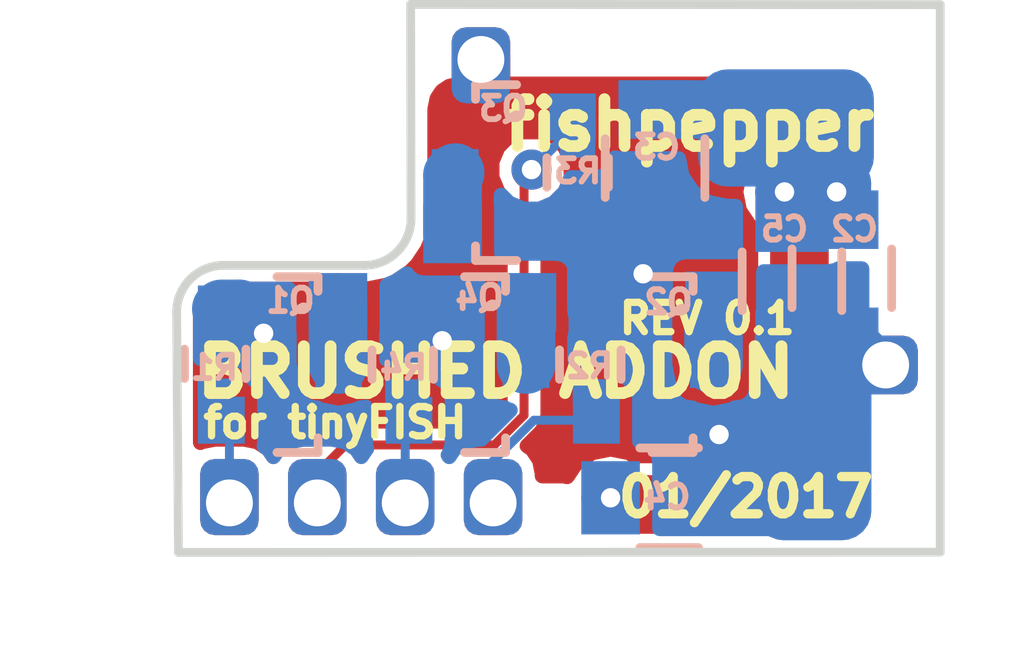
<source format=kicad_pcb>
(kicad_pcb (version 20171130) (host pcbnew "(5.1.12)-1")

  (general
    (thickness 1.6)
    (drawings 37)
    (tracks 100)
    (zones 0)
    (modules 24)
    (nets 11)
  )

  (page A4)
  (layers
    (0 F.Cu signal)
    (31 B.Cu signal)
    (32 B.Adhes user hide)
    (33 F.Adhes user hide)
    (34 B.Paste user hide)
    (35 F.Paste user hide)
    (36 B.SilkS user hide)
    (37 F.SilkS user hide)
    (38 B.Mask user hide)
    (39 F.Mask user hide)
    (40 Dwgs.User user hide)
    (41 Cmts.User user hide)
    (42 Eco1.User user hide)
    (43 Eco2.User user hide)
    (44 Edge.Cuts user)
    (45 Margin user hide)
    (46 B.CrtYd user hide)
    (47 F.CrtYd user hide)
    (48 B.Fab user hide)
    (49 F.Fab user hide)
  )

  (setup
    (last_trace_width 0.1524)
    (user_trace_width 1)
    (trace_clearance 0.1524)
    (zone_clearance 0.2032)
    (zone_45_only no)
    (trace_min 0.1524)
    (via_size 0.6858)
    (via_drill 0.3302)
    (via_min_size 0.6858)
    (via_min_drill 0.3302)
    (uvia_size 0.3)
    (uvia_drill 0.1)
    (uvias_allowed no)
    (uvia_min_size 0)
    (uvia_min_drill 0)
    (edge_width 0.15)
    (segment_width 0.2)
    (pcb_text_width 0.3)
    (pcb_text_size 1.5 1.5)
    (mod_edge_width 0.15)
    (mod_text_size 1 1)
    (mod_text_width 0.15)
    (pad_size 1.524 1.524)
    (pad_drill 0.762)
    (pad_to_mask_clearance 0.0762)
    (aux_axis_origin 0 0)
    (visible_elements 7FFFFFFF)
    (pcbplotparams
      (layerselection 0x010f0_ffffffff)
      (usegerberextensions false)
      (usegerberattributes true)
      (usegerberadvancedattributes true)
      (creategerberjobfile true)
      (excludeedgelayer true)
      (linewidth 0.100000)
      (plotframeref false)
      (viasonmask false)
      (mode 1)
      (useauxorigin false)
      (hpglpennumber 1)
      (hpglpenspeed 20)
      (hpglpendiameter 15.000000)
      (psnegative false)
      (psa4output false)
      (plotreference false)
      (plotvalue false)
      (plotinvisibletext false)
      (padsonsilk false)
      (subtractmaskfromsilk false)
      (outputformat 1)
      (mirror false)
      (drillshape 0)
      (scaleselection 1)
      (outputdirectory "gerber"))
  )

  (net 0 "")
  (net 1 GND)
  (net 2 "Net-(Q1-PadD)")
  (net 3 "Net-(Q1-PadG)")
  (net 4 "Net-(Q2-PadG)")
  (net 5 "Net-(Q2-PadD)")
  (net 6 "Net-(Q3-PadG)")
  (net 7 "Net-(Q3-PadD)")
  (net 8 "Net-(Q4-PadD)")
  (net 9 "Net-(Q4-PadG)")
  (net 10 "Net-(C2-Pad1)")

  (net_class Default "This is the default net class."
    (clearance 0.1524)
    (trace_width 0.1524)
    (via_dia 0.6858)
    (via_drill 0.3302)
    (uvia_dia 0.3)
    (uvia_drill 0.1)
    (add_net GND)
    (add_net "Net-(C2-Pad1)")
    (add_net "Net-(Q1-PadD)")
    (add_net "Net-(Q1-PadG)")
    (add_net "Net-(Q2-PadD)")
    (add_net "Net-(Q2-PadG)")
    (add_net "Net-(Q3-PadD)")
    (add_net "Net-(Q3-PadG)")
    (add_net "Net-(Q4-PadD)")
    (add_net "Net-(Q4-PadG)")
  )

  (module custom:edge_conn_1mm (layer F.Cu) (tedit 581E38A6) (tstamp 5823F003)
    (at 23.801 25.754)
    (path /581E2D41)
    (fp_text reference TP1 (at 0 0.5) (layer F.SilkS) hide
      (effects (font (size 0.4 0.4) (thickness 0.125)))
    )
    (fp_text value ESC_0 (at 0 -0.5) (layer F.Fab) hide
      (effects (font (size 0.4 0.4) (thickness 0.125)))
    )
    (pad 1 thru_hole roundrect (at 0 0) (size 1 1.3) (drill 0.8 (offset 0 -0.1)) (layers *.Cu *.Mask) (roundrect_rratio 0.25)
      (net 3 "Net-(Q1-PadG)"))
  )

  (module custom:edge_conn_1mm (layer F.Cu) (tedit 581E38A6) (tstamp 5823F008)
    (at 28.301 25.754)
    (path /581E40EC)
    (fp_text reference TP2 (at 0 0.5) (layer F.SilkS) hide
      (effects (font (size 0.4 0.4) (thickness 0.125)))
    )
    (fp_text value ESC_1 (at 0 -0.5) (layer F.Fab) hide
      (effects (font (size 0.4 0.4) (thickness 0.125)))
    )
    (pad 1 thru_hole roundrect (at 0 0) (size 1 1.3) (drill 0.8 (offset 0 -0.1)) (layers *.Cu *.Mask) (roundrect_rratio 0.25)
      (net 4 "Net-(Q2-PadG)"))
  )

  (module custom:edge_conn_1mm (layer F.Cu) (tedit 581E38A6) (tstamp 5823F00D)
    (at 25.301 25.754)
    (path /581E3DD7)
    (fp_text reference TP3 (at 0 0.5) (layer F.SilkS) hide
      (effects (font (size 0.4 0.4) (thickness 0.125)))
    )
    (fp_text value ESC_2 (at 0 -0.5) (layer F.Fab) hide
      (effects (font (size 0.4 0.4) (thickness 0.125)))
    )
    (pad 1 thru_hole roundrect (at 0 0) (size 1 1.3) (drill 0.8 (offset 0 -0.1)) (layers *.Cu *.Mask) (roundrect_rratio 0.25)
      (net 6 "Net-(Q3-PadG)"))
  )

  (module custom:edge_conn_1mm (layer F.Cu) (tedit 581E38A6) (tstamp 5823F012)
    (at 26.801 25.754)
    (path /581E42E4)
    (fp_text reference TP4 (at 0 0.5) (layer F.SilkS) hide
      (effects (font (size 0.4 0.4) (thickness 0.125)))
    )
    (fp_text value ESC_3 (at 0 -0.5) (layer F.Fab) hide
      (effects (font (size 0.4 0.4) (thickness 0.125)))
    )
    (pad 1 thru_hole roundrect (at 0 0) (size 1 1.3) (drill 0.8 (offset 0 -0.1)) (layers *.Cu *.Mask) (roundrect_rratio 0.25)
      (net 9 "Net-(Q4-PadG)"))
  )

  (module custom:edge_conn_1mm (layer F.Cu) (tedit 581E38A6) (tstamp 581E33CC)
    (at 35 23.4 90)
    (path /581E32A8)
    (fp_text reference TP11 (at 0 0.5 90) (layer F.SilkS) hide
      (effects (font (size 0.4 0.4) (thickness 0.125)))
    )
    (fp_text value GND (at 0 -0.5 90) (layer F.Fab) hide
      (effects (font (size 0.4 0.4) (thickness 0.125)))
    )
    (pad 1 thru_hole roundrect (at 0 0 90) (size 1 1.3) (drill 0.8 (offset 0 -0.1)) (layers *.Cu *.Mask) (roundrect_rratio 0.25)
      (net 1 GND))
  )

  (module Capacitors_SMD:C_0805 (layer B.Cu) (tedit 5878E414) (tstamp 5823EF5E)
    (at 34.2519 21.9202 270)
    (descr "Capacitor SMD 0805, reflow soldering, AVX (see smccp.pdf)")
    (tags "capacitor 0805")
    (path /581E2844)
    (attr smd)
    (fp_text reference C2 (at -0.8382 -0.2159) (layer B.SilkS)
      (effects (font (size 0.4 0.4) (thickness 0.125)) (justify mirror))
    )
    (fp_text value 47u (at -0.0508 -0.2413 270) (layer B.Fab)
      (effects (font (size 0.4 0.4) (thickness 0.125)) (justify mirror))
    )
    (fp_line (start -1 -0.625) (end -1 0.625) (layer B.Fab) (width 0.15))
    (fp_line (start 1 -0.625) (end -1 -0.625) (layer B.Fab) (width 0.15))
    (fp_line (start 1 0.625) (end 1 -0.625) (layer B.Fab) (width 0.15))
    (fp_line (start -1 0.625) (end 1 0.625) (layer B.Fab) (width 0.15))
    (fp_line (start -1.8 1) (end 1.8 1) (layer B.CrtYd) (width 0.05))
    (fp_line (start -1.8 -1) (end 1.8 -1) (layer B.CrtYd) (width 0.05))
    (fp_line (start -1.8 1) (end -1.8 -1) (layer B.CrtYd) (width 0.05))
    (fp_line (start 1.8 1) (end 1.8 -1) (layer B.CrtYd) (width 0.05))
    (fp_line (start 0.5 0.85) (end -0.5 0.85) (layer B.SilkS) (width 0.15))
    (fp_line (start -0.5 -0.85) (end 0.5 -0.85) (layer B.SilkS) (width 0.15))
    (pad 2 smd rect (at 1 0 270) (size 1 1.25) (layers B.Cu B.Paste B.Mask)
      (net 1 GND))
    (pad 1 smd rect (at -1 0 270) (size 1 1.25) (layers B.Cu B.Paste B.Mask)
      (net 10 "Net-(C2-Pad1)"))
    (model Capacitors_SMD.3dshapes/C_0805.wrl
      (at (xyz 0 0 0))
      (scale (xyz 1 1 1))
      (rotate (xyz 0 0 0))
    )
  )

  (module Capacitors_SMD:C_0805 (layer B.Cu) (tedit 5878E44B) (tstamp 5823EF7E)
    (at 31.3055 25.6667)
    (descr "Capacitor SMD 0805, reflow soldering, AVX (see smccp.pdf)")
    (tags "capacitor 0805")
    (path /581E2B53)
    (attr smd)
    (fp_text reference C4 (at -0.0381 -0.0127) (layer B.SilkS)
      (effects (font (size 0.4 0.4) (thickness 0.125)) (justify mirror))
    )
    (fp_text value 47u (at -0.0127 0.0127) (layer B.Fab)
      (effects (font (size 0.4 0.4) (thickness 0.125)) (justify mirror))
    )
    (fp_line (start -1 -0.625) (end -1 0.625) (layer B.Fab) (width 0.15))
    (fp_line (start 1 -0.625) (end -1 -0.625) (layer B.Fab) (width 0.15))
    (fp_line (start 1 0.625) (end 1 -0.625) (layer B.Fab) (width 0.15))
    (fp_line (start -1 0.625) (end 1 0.625) (layer B.Fab) (width 0.15))
    (fp_line (start -1.8 1) (end 1.8 1) (layer B.CrtYd) (width 0.05))
    (fp_line (start -1.8 -1) (end 1.8 -1) (layer B.CrtYd) (width 0.05))
    (fp_line (start -1.8 1) (end -1.8 -1) (layer B.CrtYd) (width 0.05))
    (fp_line (start 1.8 1) (end 1.8 -1) (layer B.CrtYd) (width 0.05))
    (fp_line (start 0.5 0.85) (end -0.5 0.85) (layer B.SilkS) (width 0.15))
    (fp_line (start -0.5 -0.85) (end 0.5 -0.85) (layer B.SilkS) (width 0.15))
    (pad 2 smd rect (at 1 0) (size 1 1.25) (layers B.Cu B.Paste B.Mask)
      (net 1 GND))
    (pad 1 smd rect (at -1 0) (size 1 1.25) (layers B.Cu B.Paste B.Mask)
      (net 10 "Net-(C2-Pad1)"))
    (model Capacitors_SMD.3dshapes/C_0805.wrl
      (at (xyz 0 0 0))
      (scale (xyz 1 1 1))
      (rotate (xyz 0 0 0))
    )
  )

  (module Capacitors_SMD:C_0805 (layer B.Cu) (tedit 5878E416) (tstamp 5823EF8E)
    (at 33.401 21.971 270)
    (descr "Capacitor SMD 0805, reflow soldering, AVX (see smccp.pdf)")
    (tags "capacitor 0805")
    (path /581E2BAA)
    (attr smd)
    (fp_text reference C5 (at -0.889 0.127) (layer B.SilkS)
      (effects (font (size 0.4 0.4) (thickness 0.125)) (justify mirror))
    )
    (fp_text value 47u (at -0.127 0.127 270) (layer B.Fab)
      (effects (font (size 0.4 0.4) (thickness 0.125)) (justify mirror))
    )
    (fp_line (start -0.5 -0.85) (end 0.5 -0.85) (layer B.SilkS) (width 0.15))
    (fp_line (start 0.5 0.85) (end -0.5 0.85) (layer B.SilkS) (width 0.15))
    (fp_line (start 1.8 1) (end 1.8 -1) (layer B.CrtYd) (width 0.05))
    (fp_line (start -1.8 1) (end -1.8 -1) (layer B.CrtYd) (width 0.05))
    (fp_line (start -1.8 -1) (end 1.8 -1) (layer B.CrtYd) (width 0.05))
    (fp_line (start -1.8 1) (end 1.8 1) (layer B.CrtYd) (width 0.05))
    (fp_line (start -1 0.625) (end 1 0.625) (layer B.Fab) (width 0.15))
    (fp_line (start 1 0.625) (end 1 -0.625) (layer B.Fab) (width 0.15))
    (fp_line (start 1 -0.625) (end -1 -0.625) (layer B.Fab) (width 0.15))
    (fp_line (start -1 -0.625) (end -1 0.625) (layer B.Fab) (width 0.15))
    (pad 1 smd rect (at -1 0 270) (size 1 1.25) (layers B.Cu B.Paste B.Mask)
      (net 10 "Net-(C2-Pad1)"))
    (pad 2 smd rect (at 1 0 270) (size 1 1.25) (layers B.Cu B.Paste B.Mask)
      (net 1 GND))
    (model Capacitors_SMD.3dshapes/C_0805.wrl
      (at (xyz 0 0 0))
      (scale (xyz 1 1 1))
      (rotate (xyz 0 0 0))
    )
  )

  (module custom:SI2302DS_SOT-23 (layer B.Cu) (tedit 5878E42C) (tstamp 5823EF9E)
    (at 24.6634 23.3934 90)
    (descr "SOT-23, Standard")
    (tags SOT-23)
    (path /581E261A)
    (attr smd)
    (fp_text reference Q1 (at 1.0922 0.1778 180) (layer B.SilkS)
      (effects (font (size 0.4 0.4) (thickness 0.125)) (justify mirror))
    )
    (fp_text value FET_N (at -0.0508 0.0254 90) (layer B.Fab)
      (effects (font (size 0.4 0.4) (thickness 0.125)) (justify mirror))
    )
    (fp_line (start -1.65 1.6) (end 1.65 1.6) (layer B.CrtYd) (width 0.05))
    (fp_line (start 1.65 1.6) (end 1.65 -1.6) (layer B.CrtYd) (width 0.05))
    (fp_line (start 1.65 -1.6) (end -1.65 -1.6) (layer B.CrtYd) (width 0.05))
    (fp_line (start -1.65 -1.6) (end -1.65 1.6) (layer B.CrtYd) (width 0.05))
    (fp_line (start 1.29916 0.65024) (end 1.2509 0.65024) (layer B.SilkS) (width 0.15))
    (fp_line (start -1.49982 -0.0508) (end -1.49982 0.65024) (layer B.SilkS) (width 0.15))
    (fp_line (start -1.49982 0.65024) (end -1.2509 0.65024) (layer B.SilkS) (width 0.15))
    (fp_line (start 1.29916 0.65024) (end 1.49982 0.65024) (layer B.SilkS) (width 0.15))
    (fp_line (start 1.49982 0.65024) (end 1.49982 -0.0508) (layer B.SilkS) (width 0.15))
    (pad D smd rect (at 0 0.99822 90) (size 0.8001 0.8001) (layers B.Cu B.Paste B.Mask)
      (net 2 "Net-(Q1-PadD)"))
    (pad S smd rect (at 0.95 -1.00076 90) (size 0.8001 0.8001) (layers B.Cu B.Paste B.Mask)
      (net 1 GND))
    (pad G smd rect (at -0.95 -1.00076 90) (size 0.8001 0.8001) (layers B.Cu B.Paste B.Mask)
      (net 3 "Net-(Q1-PadG)"))
    (model TO_SOT_Packages_SMD.3dshapes/SOT-23.wrl
      (at (xyz 0 0 0))
      (scale (xyz 1 1 1))
      (rotate (xyz 0 0 0))
    )
  )

  (module custom:SI2302DS_SOT-23 (layer B.Cu) (tedit 5878E446) (tstamp 5823EFAE)
    (at 31.0642 23.3934 90)
    (descr "SOT-23, Standard")
    (tags SOT-23)
    (path /581E40E6)
    (attr smd)
    (fp_text reference Q2 (at 1.0668 0.2286 180) (layer B.SilkS)
      (effects (font (size 0.4 0.4) (thickness 0.125)) (justify mirror))
    )
    (fp_text value FET_N (at 0 0 90) (layer B.Fab)
      (effects (font (size 0.4 0.4) (thickness 0.125)) (justify mirror))
    )
    (fp_line (start 1.49982 0.65024) (end 1.49982 -0.0508) (layer B.SilkS) (width 0.15))
    (fp_line (start 1.29916 0.65024) (end 1.49982 0.65024) (layer B.SilkS) (width 0.15))
    (fp_line (start -1.49982 0.65024) (end -1.2509 0.65024) (layer B.SilkS) (width 0.15))
    (fp_line (start -1.49982 -0.0508) (end -1.49982 0.65024) (layer B.SilkS) (width 0.15))
    (fp_line (start 1.29916 0.65024) (end 1.2509 0.65024) (layer B.SilkS) (width 0.15))
    (fp_line (start -1.65 -1.6) (end -1.65 1.6) (layer B.CrtYd) (width 0.05))
    (fp_line (start 1.65 -1.6) (end -1.65 -1.6) (layer B.CrtYd) (width 0.05))
    (fp_line (start 1.65 1.6) (end 1.65 -1.6) (layer B.CrtYd) (width 0.05))
    (fp_line (start -1.65 1.6) (end 1.65 1.6) (layer B.CrtYd) (width 0.05))
    (pad G smd rect (at -0.95 -1.00076 90) (size 0.8001 0.8001) (layers B.Cu B.Paste B.Mask)
      (net 4 "Net-(Q2-PadG)"))
    (pad S smd rect (at 0.95 -1.00076 90) (size 0.8001 0.8001) (layers B.Cu B.Paste B.Mask)
      (net 1 GND))
    (pad D smd rect (at 0 0.99822 90) (size 0.8001 0.8001) (layers B.Cu B.Paste B.Mask)
      (net 5 "Net-(Q2-PadD)"))
    (model TO_SOT_Packages_SMD.3dshapes/SOT-23.wrl
      (at (xyz 0 0 0))
      (scale (xyz 1 1 1))
      (rotate (xyz 0 0 0))
    )
  )

  (module custom:SI2302DS_SOT-23 (layer B.Cu) (tedit 5878E41F) (tstamp 5823EFBE)
    (at 28.6512 20.1168 270)
    (descr "SOT-23, Standard")
    (tags SOT-23)
    (path /581E3DD1)
    (attr smd)
    (fp_text reference Q3 (at -1.0922 0.1778) (layer B.SilkS)
      (effects (font (size 0.4 0.4) (thickness 0.125)) (justify mirror))
    )
    (fp_text value FET_N (at -0.0762 -0.1016 270) (layer B.Fab)
      (effects (font (size 0.4 0.4) (thickness 0.125)) (justify mirror))
    )
    (fp_line (start 1.49982 0.65024) (end 1.49982 -0.0508) (layer B.SilkS) (width 0.15))
    (fp_line (start 1.29916 0.65024) (end 1.49982 0.65024) (layer B.SilkS) (width 0.15))
    (fp_line (start -1.49982 0.65024) (end -1.2509 0.65024) (layer B.SilkS) (width 0.15))
    (fp_line (start -1.49982 -0.0508) (end -1.49982 0.65024) (layer B.SilkS) (width 0.15))
    (fp_line (start 1.29916 0.65024) (end 1.2509 0.65024) (layer B.SilkS) (width 0.15))
    (fp_line (start -1.65 -1.6) (end -1.65 1.6) (layer B.CrtYd) (width 0.05))
    (fp_line (start 1.65 -1.6) (end -1.65 -1.6) (layer B.CrtYd) (width 0.05))
    (fp_line (start 1.65 1.6) (end 1.65 -1.6) (layer B.CrtYd) (width 0.05))
    (fp_line (start -1.65 1.6) (end 1.65 1.6) (layer B.CrtYd) (width 0.05))
    (pad G smd rect (at -0.95 -1.00076 270) (size 0.8001 0.8001) (layers B.Cu B.Paste B.Mask)
      (net 6 "Net-(Q3-PadG)"))
    (pad S smd rect (at 0.95 -1.00076 270) (size 0.8001 0.8001) (layers B.Cu B.Paste B.Mask)
      (net 1 GND))
    (pad D smd rect (at 0 0.99822 270) (size 0.8001 0.8001) (layers B.Cu B.Paste B.Mask)
      (net 7 "Net-(Q3-PadD)"))
    (model TO_SOT_Packages_SMD.3dshapes/SOT-23.wrl
      (at (xyz 0 0 0))
      (scale (xyz 1 1 1))
      (rotate (xyz 0 0 0))
    )
  )

  (module custom:SI2302DS_SOT-23 (layer B.Cu) (tedit 5878E43D) (tstamp 5823EFCE)
    (at 27.8638 23.3934 90)
    (descr "SOT-23, Standard")
    (tags SOT-23)
    (path /581E42DE)
    (attr smd)
    (fp_text reference Q4 (at 1.143 0.2032 180) (layer B.SilkS)
      (effects (font (size 0.4 0.4) (thickness 0.125)) (justify mirror))
    )
    (fp_text value FET_N (at 0.0254 0 90) (layer B.Fab)
      (effects (font (size 0.4 0.4) (thickness 0.125)) (justify mirror))
    )
    (fp_line (start -1.65 1.6) (end 1.65 1.6) (layer B.CrtYd) (width 0.05))
    (fp_line (start 1.65 1.6) (end 1.65 -1.6) (layer B.CrtYd) (width 0.05))
    (fp_line (start 1.65 -1.6) (end -1.65 -1.6) (layer B.CrtYd) (width 0.05))
    (fp_line (start -1.65 -1.6) (end -1.65 1.6) (layer B.CrtYd) (width 0.05))
    (fp_line (start 1.29916 0.65024) (end 1.2509 0.65024) (layer B.SilkS) (width 0.15))
    (fp_line (start -1.49982 -0.0508) (end -1.49982 0.65024) (layer B.SilkS) (width 0.15))
    (fp_line (start -1.49982 0.65024) (end -1.2509 0.65024) (layer B.SilkS) (width 0.15))
    (fp_line (start 1.29916 0.65024) (end 1.49982 0.65024) (layer B.SilkS) (width 0.15))
    (fp_line (start 1.49982 0.65024) (end 1.49982 -0.0508) (layer B.SilkS) (width 0.15))
    (pad D smd rect (at 0 0.99822 90) (size 0.8001 0.8001) (layers B.Cu B.Paste B.Mask)
      (net 8 "Net-(Q4-PadD)"))
    (pad S smd rect (at 0.95 -1.00076 90) (size 0.8001 0.8001) (layers B.Cu B.Paste B.Mask)
      (net 1 GND))
    (pad G smd rect (at -0.95 -1.00076 90) (size 0.8001 0.8001) (layers B.Cu B.Paste B.Mask)
      (net 9 "Net-(Q4-PadG)"))
    (model TO_SOT_Packages_SMD.3dshapes/SOT-23.wrl
      (at (xyz 0 0 0))
      (scale (xyz 1 1 1))
      (rotate (xyz 0 0 0))
    )
  )

  (module Resistors_SMD:R_0402 (layer B.Cu) (tedit 5878E430) (tstamp 5823EFDA)
    (at 23.5585 23.3807 90)
    (descr "Resistor SMD 0402, reflow soldering, Vishay (see dcrcw.pdf)")
    (tags "resistor 0402")
    (path /581E2DDE)
    (attr smd)
    (fp_text reference R1 (at -0.0635 -0.0127 180) (layer B.SilkS)
      (effects (font (size 0.4 0.4) (thickness 0.125)) (justify mirror))
    )
    (fp_text value 10k (at -0.1143 0.0381 90) (layer B.Fab)
      (effects (font (size 0.4 0.4) (thickness 0.125)) (justify mirror))
    )
    (fp_line (start -0.25 -0.525) (end 0.25 -0.525) (layer B.SilkS) (width 0.15))
    (fp_line (start 0.25 0.525) (end -0.25 0.525) (layer B.SilkS) (width 0.15))
    (fp_line (start 0.95 0.65) (end 0.95 -0.65) (layer B.CrtYd) (width 0.05))
    (fp_line (start -0.95 0.65) (end -0.95 -0.65) (layer B.CrtYd) (width 0.05))
    (fp_line (start -0.95 -0.65) (end 0.95 -0.65) (layer B.CrtYd) (width 0.05))
    (fp_line (start -0.95 0.65) (end 0.95 0.65) (layer B.CrtYd) (width 0.05))
    (pad 1 smd rect (at -0.45 0 90) (size 0.4 0.6) (layers B.Cu B.Paste B.Mask)
      (net 3 "Net-(Q1-PadG)"))
    (pad 2 smd rect (at 0.45 0 90) (size 0.4 0.6) (layers B.Cu B.Paste B.Mask)
      (net 1 GND))
    (model Resistors_SMD.3dshapes/R_0402.wrl
      (at (xyz 0 0 0))
      (scale (xyz 1 1 1))
      (rotate (xyz 0 0 0))
    )
  )

  (module Resistors_SMD:R_0402 (layer B.Cu) (tedit 5878E442) (tstamp 5823EFE6)
    (at 29.9593 23.3934 90)
    (descr "Resistor SMD 0402, reflow soldering, Vishay (see dcrcw.pdf)")
    (tags "resistor 0402")
    (path /581E40F2)
    (attr smd)
    (fp_text reference R2 (at -0.0254 -0.0127 180) (layer B.SilkS)
      (effects (font (size 0.4 0.4) (thickness 0.125)) (justify mirror))
    )
    (fp_text value 10k (at -0.0762 0.0381 90) (layer B.Fab)
      (effects (font (size 0.4 0.4) (thickness 0.125)) (justify mirror))
    )
    (fp_line (start -0.95 0.65) (end 0.95 0.65) (layer B.CrtYd) (width 0.05))
    (fp_line (start -0.95 -0.65) (end 0.95 -0.65) (layer B.CrtYd) (width 0.05))
    (fp_line (start -0.95 0.65) (end -0.95 -0.65) (layer B.CrtYd) (width 0.05))
    (fp_line (start 0.95 0.65) (end 0.95 -0.65) (layer B.CrtYd) (width 0.05))
    (fp_line (start 0.25 0.525) (end -0.25 0.525) (layer B.SilkS) (width 0.15))
    (fp_line (start -0.25 -0.525) (end 0.25 -0.525) (layer B.SilkS) (width 0.15))
    (pad 2 smd rect (at 0.45 0 90) (size 0.4 0.6) (layers B.Cu B.Paste B.Mask)
      (net 1 GND))
    (pad 1 smd rect (at -0.45 0 90) (size 0.4 0.6) (layers B.Cu B.Paste B.Mask)
      (net 4 "Net-(Q2-PadG)"))
    (model Resistors_SMD.3dshapes/R_0402.wrl
      (at (xyz 0 0 0))
      (scale (xyz 1 1 1))
      (rotate (xyz 0 0 0))
    )
  )

  (module Resistors_SMD:R_0402 (layer B.Cu) (tedit 5878E456) (tstamp 5823EFF2)
    (at 29.7434 20.1168 270)
    (descr "Resistor SMD 0402, reflow soldering, Vishay (see dcrcw.pdf)")
    (tags "resistor 0402")
    (path /581E3DDD)
    (attr smd)
    (fp_text reference R3 (at -0.0254 0) (layer B.SilkS)
      (effects (font (size 0.4 0.4) (thickness 0.125)) (justify mirror))
    )
    (fp_text value 10k (at -0.1016 -0.0762 270) (layer B.Fab)
      (effects (font (size 0.4 0.4) (thickness 0.125)) (justify mirror))
    )
    (fp_line (start -0.95 0.65) (end 0.95 0.65) (layer B.CrtYd) (width 0.05))
    (fp_line (start -0.95 -0.65) (end 0.95 -0.65) (layer B.CrtYd) (width 0.05))
    (fp_line (start -0.95 0.65) (end -0.95 -0.65) (layer B.CrtYd) (width 0.05))
    (fp_line (start 0.95 0.65) (end 0.95 -0.65) (layer B.CrtYd) (width 0.05))
    (fp_line (start 0.25 0.525) (end -0.25 0.525) (layer B.SilkS) (width 0.15))
    (fp_line (start -0.25 -0.525) (end 0.25 -0.525) (layer B.SilkS) (width 0.15))
    (pad 2 smd rect (at 0.45 0 270) (size 0.4 0.6) (layers B.Cu B.Paste B.Mask)
      (net 1 GND))
    (pad 1 smd rect (at -0.45 0 270) (size 0.4 0.6) (layers B.Cu B.Paste B.Mask)
      (net 6 "Net-(Q3-PadG)"))
    (model Resistors_SMD.3dshapes/R_0402.wrl
      (at (xyz 0 0 0))
      (scale (xyz 1 1 1))
      (rotate (xyz 0 0 0))
    )
  )

  (module custom:TP_1x1 (layer B.Cu) (tedit 581DB7CE) (tstamp 5823F017)
    (at 25.5524 22.6314)
    (path /581E2FD8)
    (fp_text reference TP5 (at -0.1 3.2) (layer B.SilkS) hide
      (effects (font (size 0.4 0.4) (thickness 0.125)) (justify mirror))
    )
    (fp_text value M-_0 (at 0.1 5) (layer B.SilkS) hide
      (effects (font (size 0.4 0.4) (thickness 0.125)) (justify mirror))
    )
    (pad 1 smd rect (at 0.1 -0.3) (size 1 1) (layers B.Cu B.Mask)
      (net 2 "Net-(Q1-PadD)"))
  )

  (module custom:TP_1x1 (layer B.Cu) (tedit 581DB7CE) (tstamp 5823F01C)
    (at 31.9786 22.606)
    (path /581E40FE)
    (fp_text reference TP6 (at -0.1 3.2) (layer B.SilkS) hide
      (effects (font (size 0.4 0.4) (thickness 0.125)) (justify mirror))
    )
    (fp_text value M-_1 (at 0.1 5) (layer B.SilkS) hide
      (effects (font (size 0.4 0.4) (thickness 0.125)) (justify mirror))
    )
    (pad 1 smd rect (at 0.1 -0.3) (size 1 1) (layers B.Cu B.Mask)
      (net 5 "Net-(Q2-PadD)"))
  )

  (module custom:TP_1x1 (layer B.Cu) (tedit 581DB7CE) (tstamp 5823F021)
    (at 27.5082 21.463)
    (path /581E3DE9)
    (fp_text reference TP7 (at -0.1 3.2) (layer B.SilkS) hide
      (effects (font (size 0.4 0.4) (thickness 0.125)) (justify mirror))
    )
    (fp_text value M-_2 (at 0.1 5) (layer B.SilkS) hide
      (effects (font (size 0.4 0.4) (thickness 0.125)) (justify mirror))
    )
    (pad 1 smd rect (at 0.1 -0.3) (size 1 1) (layers B.Cu B.Mask)
      (net 7 "Net-(Q3-PadD)"))
  )

  (module custom:TP_1x1 (layer B.Cu) (tedit 581DB7CE) (tstamp 5823F026)
    (at 28.7782 22.6314)
    (path /581E42F6)
    (fp_text reference TP8 (at -0.1 3.2) (layer B.SilkS) hide
      (effects (font (size 0.4 0.4) (thickness 0.125)) (justify mirror))
    )
    (fp_text value M-_3 (at 0.1 5) (layer B.SilkS) hide
      (effects (font (size 0.4 0.4) (thickness 0.125)) (justify mirror))
    )
    (pad 1 smd rect (at 0.1 -0.3) (size 1 1) (layers B.Cu B.Mask)
      (net 8 "Net-(Q4-PadD)"))
  )

  (module custom:PAD_2x3 (layer B.Cu) (tedit 581DB87C) (tstamp 5823F02B)
    (at 33.2994 19.3548 90)
    (path /581E2C9C)
    (fp_text reference TP9 (at 0 -0.5 90) (layer B.SilkS) hide
      (effects (font (size 0.4 0.4) (thickness 0.125)) (justify mirror))
    )
    (fp_text value VBAT (at 0 0.5) (layer B.Fab) hide
      (effects (font (size 0.4 0.4) (thickness 0.125)) (justify mirror))
    )
    (pad 1 smd roundrect (at 0 0 90) (size 2 3) (layers B.Cu B.Mask) (roundrect_rratio 0.25)
      (net 10 "Net-(C2-Pad1)"))
  )

  (module custom:PAD_2x3 (layer B.Cu) (tedit 581DB87C) (tstamp 5823F030)
    (at 33.7566 24.892 180)
    (path /581E2D0E)
    (fp_text reference TP10 (at 0 -0.5 180) (layer B.SilkS) hide
      (effects (font (size 0.4 0.4) (thickness 0.125)) (justify mirror))
    )
    (fp_text value GND (at 0 0.5 90) (layer B.Fab) hide
      (effects (font (size 0.4 0.4) (thickness 0.125)) (justify mirror))
    )
    (pad 1 smd roundrect (at 0 0 180) (size 2 3) (layers B.Cu B.Mask) (roundrect_rratio 0.25)
      (net 1 GND))
  )

  (module Capacitors_SMD:C_0805 (layer B.Cu) (tedit 5878E44F) (tstamp 581EBF84)
    (at 31.0642 20.0406 270)
    (descr "Capacitor SMD 0805, reflow soldering, AVX (see smccp.pdf)")
    (tags "capacitor 0805")
    (path /581E2AA7)
    (attr smd)
    (fp_text reference C3 (at -0.3556 -0.0254) (layer B.SilkS)
      (effects (font (size 0.4 0.4) (thickness 0.125)) (justify mirror))
    )
    (fp_text value 47u (at 0.1016 0.0762 270) (layer B.Fab)
      (effects (font (size 0.4 0.4) (thickness 0.125)) (justify mirror))
    )
    (fp_line (start -0.5 -0.85) (end 0.5 -0.85) (layer B.SilkS) (width 0.15))
    (fp_line (start 0.5 0.85) (end -0.5 0.85) (layer B.SilkS) (width 0.15))
    (fp_line (start 1.8 1) (end 1.8 -1) (layer B.CrtYd) (width 0.05))
    (fp_line (start -1.8 1) (end -1.8 -1) (layer B.CrtYd) (width 0.05))
    (fp_line (start -1.8 -1) (end 1.8 -1) (layer B.CrtYd) (width 0.05))
    (fp_line (start -1.8 1) (end 1.8 1) (layer B.CrtYd) (width 0.05))
    (fp_line (start -1 0.625) (end 1 0.625) (layer B.Fab) (width 0.15))
    (fp_line (start 1 0.625) (end 1 -0.625) (layer B.Fab) (width 0.15))
    (fp_line (start 1 -0.625) (end -1 -0.625) (layer B.Fab) (width 0.15))
    (fp_line (start -1 -0.625) (end -1 0.625) (layer B.Fab) (width 0.15))
    (pad 1 smd rect (at -1 0 270) (size 1 1.25) (layers B.Cu B.Paste B.Mask)
      (net 10 "Net-(C2-Pad1)"))
    (pad 2 smd rect (at 1 0 270) (size 1 1.25) (layers B.Cu B.Paste B.Mask)
      (net 1 GND))
    (model Capacitors_SMD.3dshapes/C_0805.wrl
      (at (xyz 0 0 0))
      (scale (xyz 1 1 1))
      (rotate (xyz 0 0 0))
    )
  )

  (module Resistors_SMD:R_0402 (layer B.Cu) (tedit 5878E436) (tstamp 581EBF90)
    (at 26.7589 23.3934 90)
    (descr "Resistor SMD 0402, reflow soldering, Vishay (see dcrcw.pdf)")
    (tags "resistor 0402")
    (path /581E42EA)
    (attr smd)
    (fp_text reference R4 (at -0.0508 0.0127 180) (layer B.SilkS)
      (effects (font (size 0.4 0.4) (thickness 0.125)) (justify mirror))
    )
    (fp_text value 10k (at -0.0508 -0.0127 90) (layer B.Fab)
      (effects (font (size 0.4 0.4) (thickness 0.125)) (justify mirror))
    )
    (fp_line (start -0.25 -0.525) (end 0.25 -0.525) (layer B.SilkS) (width 0.15))
    (fp_line (start 0.25 0.525) (end -0.25 0.525) (layer B.SilkS) (width 0.15))
    (fp_line (start 0.95 0.65) (end 0.95 -0.65) (layer B.CrtYd) (width 0.05))
    (fp_line (start -0.95 0.65) (end -0.95 -0.65) (layer B.CrtYd) (width 0.05))
    (fp_line (start -0.95 -0.65) (end 0.95 -0.65) (layer B.CrtYd) (width 0.05))
    (fp_line (start -0.95 0.65) (end 0.95 0.65) (layer B.CrtYd) (width 0.05))
    (pad 1 smd rect (at -0.45 0 90) (size 0.4 0.6) (layers B.Cu B.Paste B.Mask)
      (net 9 "Net-(Q4-PadG)"))
    (pad 2 smd rect (at 0.45 0 90) (size 0.4 0.6) (layers B.Cu B.Paste B.Mask)
      (net 1 GND))
    (model Resistors_SMD.3dshapes/R_0402.wrl
      (at (xyz 0 0 0))
      (scale (xyz 1 1 1))
      (rotate (xyz 0 0 0))
    )
  )

  (module custom:edge_conn_1mm (layer F.Cu) (tedit 581E38A6) (tstamp 581EC31C)
    (at 28.0924 18.1864 180)
    (path /581EC38B)
    (fp_text reference TP12 (at 0 0.5 180) (layer F.SilkS) hide
      (effects (font (size 0.4 0.4) (thickness 0.125)))
    )
    (fp_text value GND (at 0 -0.5 180) (layer F.Fab) hide
      (effects (font (size 0.4 0.4) (thickness 0.125)))
    )
    (pad 1 thru_hole roundrect (at 0 0 180) (size 1 1.3) (drill 0.8 (offset 0 -0.1)) (layers *.Cu *.Mask) (roundrect_rratio 0.25)
      (net 1 GND))
  )

  (gr_text "VMOTOR -" (at 36.449 24.9428) (layer Eco2.User) (tstamp 5878E5F5)
    (effects (font (size 1 1) (thickness 0.25)) (justify right mirror))
  )
  (gr_text "VMOTOR +" (at 36.2458 19.1516) (layer Eco2.User) (tstamp 5878E5EB)
    (effects (font (size 1 1) (thickness 0.25)) (justify right mirror))
  )
  (gr_text "+ MOTOR 1" (at 21.7678 18.0848) (layer Eco2.User) (tstamp 5878E5E1)
    (effects (font (size 1 1) (thickness 0.25)) (justify left mirror))
  )
  (gr_text "+ MOTOR 3" (at 21.7424 19.6596) (layer Eco2.User) (tstamp 5878E5DF)
    (effects (font (size 1 1) (thickness 0.25)) (justify left mirror))
  )
  (gr_text "+ MOTOR 2" (at 21.7678 21.0312) (layer Eco2.User) (tstamp 5878E5DD)
    (effects (font (size 1 1) (thickness 0.25)) (justify left mirror))
  )
  (gr_text "+ MOTOR 4" (at 21.7678 22.606) (layer Eco2.User)
    (effects (font (size 1 1) (thickness 0.25)) (justify left mirror))
  )
  (gr_line (start 34.0614 19.1516) (end 36.2458 19.1516) (angle 90) (layer Eco2.User) (width 0.2))
  (gr_line (start 34.5948 24.9428) (end 36.449 24.9428) (angle 90) (layer Eco2.User) (width 0.2))
  (gr_line (start 24.7904 22.606) (end 21.7932 22.606) (angle 90) (layer Eco2.User) (width 0.2))
  (gr_line (start 25.0952 22.3012) (end 24.7904 22.606) (angle 90) (layer Eco2.User) (width 0.2))
  (gr_line (start 26.4668 18.0848) (end 21.7678 18.0848) (angle 90) (layer Eco2.User) (width 0.2))
  (gr_line (start 30.734 22.352) (end 26.4668 18.0848) (angle 90) (layer Eco2.User) (width 0.2))
  (gr_line (start 31.4198 22.352) (end 30.734 22.352) (angle 90) (layer Eco2.User) (width 0.2))
  (gr_line (start 25.7556 21.0312) (end 21.7678 21.0312) (angle 90) (layer Eco2.User) (width 0.2))
  (gr_line (start 27.0764 22.352) (end 25.7556 21.0312) (angle 90) (layer Eco2.User) (width 0.2))
  (gr_line (start 28.2448 22.352) (end 27.0764 22.352) (angle 90) (layer Eco2.User) (width 0.2))
  (gr_line (start 25.8826 19.6596) (end 21.7424 19.6596) (angle 90) (layer Eco2.User) (width 0.2))
  (gr_line (start 27.0764 20.8534) (end 25.8826 19.6596) (angle 90) (layer Eco2.User) (width 0.2))
  (gr_circle (center 33.782 24.9682) (end 34.4932 24.638) (layer Eco2.User) (width 0.2))
  (gr_circle (center 33.3248 19.2532) (end 34.0106 18.9484) (layer Eco2.User) (width 0.2))
  (gr_circle (center 32.0802 22.3266) (end 32.5628 21.8948) (layer Eco2.User) (width 0.2))
  (gr_circle (center 28.9052 22.352) (end 29.4132 21.971) (layer Eco2.User) (width 0.2))
  (gr_circle (center 25.654 22.3266) (end 26.162 22.1234) (layer Eco2.User) (width 0.2))
  (gr_circle (center 27.6098 21.1328) (end 28.0924 21.5138) (layer Eco2.User) (width 0.2))
  (gr_text "REV 0.1" (at 31.9532 22.606) (layer F.SilkS) (tstamp 5878E276)
    (effects (font (size 0.5 0.5) (thickness 0.125)))
  )
  (gr_text "for tinyFISH" (at 25.6032 24.384) (layer F.SilkS) (tstamp 581E3819)
    (effects (font (size 0.5 0.5) (thickness 0.125)))
  )
  (gr_text "01/2017\n" (at 32.6136 25.654) (layer F.SilkS) (tstamp 581E3801)
    (effects (font (size 0.635 0.635) (thickness 0.15875)))
  )
  (gr_text fishpepper (at 31.6484 19.304) (layer F.SilkS) (tstamp 581E37E9)
    (effects (font (size 0.8 0.8) (thickness 0.2)))
  )
  (gr_text "BRUSHED ADDON" (at 28.3464 23.5204) (layer F.SilkS)
    (effects (font (size 0.8 0.8) (thickness 0.2)))
  )
  (gr_arc (start 23.7 22.5) (end 22.9 22.5) (angle 90) (layer Edge.Cuts) (width 0.15))
  (gr_arc (start 26.1 20.9) (end 26.9 20.9) (angle 90) (layer Edge.Cuts) (width 0.15))
  (gr_line (start 26.9 20.9) (end 26.89352 17.2466) (angle 90) (layer Edge.Cuts) (width 0.15))
  (gr_line (start 22.93112 26.59888) (end 35.93084 26.5938) (angle 90) (layer Edge.Cuts) (width 0.15))
  (gr_line (start 35.93084 17.25168) (end 35.93084 26.5938) (angle 90) (layer Edge.Cuts) (width 0.15))
  (gr_line (start 26.89352 17.2466) (end 35.93084 17.25168) (angle 90) (layer Edge.Cuts) (width 0.15))
  (gr_line (start 23.7 21.7) (end 26.1 21.7) (angle 90) (layer Edge.Cuts) (width 0.15))
  (gr_line (start 22.93112 26.59888) (end 22.9 22.5) (angle 90) (layer Edge.Cuts) (width 0.15))

  (segment (start 28.0924 18.1864) (end 28.0924 18.6944) (width 1) (layer F.Cu) (net 1))
  (segment (start 28.0924 18.6944) (end 28.448 19.05) (width 1) (layer F.Cu) (net 1) (tstamp 581EC327))
  (segment (start 29.9593 22.9434) (end 29.9593 22.54754) (width 0.1524) (layer B.Cu) (net 1))
  (segment (start 29.9593 22.54754) (end 30.06344 22.4434) (width 0.1524) (layer B.Cu) (net 1) (tstamp 581EC20A))
  (segment (start 35 23.4) (end 34.7317 23.4) (width 1) (layer B.Cu) (net 1))
  (segment (start 34.7317 23.4) (end 34.2519 22.9202) (width 1) (layer B.Cu) (net 1) (tstamp 581EC200))
  (segment (start 28.448 19.05) (end 30.607 19.05) (width 1) (layer F.Cu) (net 1) (tstamp 581EC15C))
  (segment (start 31.115 21.59) (end 31.115 19.558) (width 1) (layer F.Cu) (net 1) (tstamp 581EC19E))
  (segment (start 30.607 19.05) (end 31.115 19.558) (width 1) (layer F.Cu) (net 1) (tstamp 581EC15D))
  (segment (start 29.7434 20.5668) (end 29.7434 20.97536) (width 0.1524) (layer B.Cu) (net 1))
  (segment (start 29.7434 20.97536) (end 29.65196 21.0668) (width 0.1524) (layer B.Cu) (net 1) (tstamp 581EC1F5))
  (segment (start 23.5585 22.9307) (end 23.5585 22.54754) (width 0.1524) (layer B.Cu) (net 1))
  (segment (start 23.5585 22.54754) (end 23.66264 22.4434) (width 0.1524) (layer B.Cu) (net 1) (tstamp 581EC1EC))
  (segment (start 26.7589 22.9434) (end 26.7589 22.54754) (width 0.1524) (layer B.Cu) (net 1))
  (segment (start 26.7589 22.54754) (end 26.86304 22.4434) (width 0.1524) (layer B.Cu) (net 1) (tstamp 581EC1E9))
  (segment (start 30.861 21.844) (end 30.861 23.241) (width 1) (layer F.Cu) (net 1))
  (segment (start 32.512 24.892) (end 33.7566 24.892) (width 1) (layer B.Cu) (net 1) (tstamp 581EC1B8))
  (segment (start 32.1564 24.5872) (end 32.512 24.892) (width 1) (layer B.Cu) (net 1) (tstamp 581EC1B7))
  (via (at 32.1564 24.5872) (size 0.6858) (drill 0.3302) (layers F.Cu B.Cu) (net 1))
  (segment (start 30.861 23.241) (end 32.1564 24.5872) (width 1) (layer F.Cu) (net 1) (tstamp 581EC1B4))
  (segment (start 32.3055 25.6667) (end 32.9819 25.6667) (width 1) (layer B.Cu) (net 1))
  (segment (start 32.9819 25.6667) (end 33.7566 24.892) (width 1) (layer B.Cu) (net 1) (tstamp 581EC1A7))
  (segment (start 34.2519 22.9202) (end 34.2519 24.3967) (width 1) (layer B.Cu) (net 1))
  (segment (start 34.2519 24.3967) (end 33.7566 24.892) (width 1) (layer B.Cu) (net 1) (tstamp 581EC1A4))
  (segment (start 33.2994 22.9202) (end 33.2994 24.4348) (width 1) (layer B.Cu) (net 1))
  (segment (start 33.2994 24.4348) (end 33.7566 24.892) (width 1) (layer B.Cu) (net 1) (tstamp 581EC1A1))
  (segment (start 30.06344 21.47828) (end 30.49528 21.47828) (width 1) (layer B.Cu) (net 1))
  (segment (start 30.49528 21.47828) (end 30.861 21.844) (width 1) (layer B.Cu) (net 1) (tstamp 581EC19B))
  (segment (start 27.813 19.685) (end 28.448 19.05) (width 1) (layer F.Cu) (net 1) (tstamp 581EC15B))
  (segment (start 27.813 21.971) (end 27.813 19.685) (width 1) (layer F.Cu) (net 1) (tstamp 581EC15A))
  (segment (start 27.051 22.733) (end 27.813 21.971) (width 1) (layer F.Cu) (net 1) (tstamp 581EC159))
  (segment (start 30.861 21.844) (end 31.115 21.59) (width 1) (layer F.Cu) (net 1) (tstamp 581EC19D))
  (via (at 30.861 21.844) (size 0.6858) (drill 0.3302) (layers F.Cu B.Cu) (net 1))
  (segment (start 30.06344 22.4434) (end 30.06344 21.47828) (width 1) (layer B.Cu) (net 1))
  (segment (start 30.06344 21.47828) (end 29.65196 21.0668) (width 1) (layer B.Cu) (net 1) (tstamp 581EC198))
  (segment (start 29.65196 21.0668) (end 31.038 21.0668) (width 1) (layer B.Cu) (net 1))
  (segment (start 31.038 21.0668) (end 31.0642 21.0406) (width 1) (layer B.Cu) (net 1) (tstamp 581EC195))
  (segment (start 26.86304 22.4434) (end 26.8884 22.4434) (width 1) (layer B.Cu) (net 1))
  (segment (start 26.8884 22.4434) (end 27.432 22.987) (width 1) (layer B.Cu) (net 1) (tstamp 581EC168))
  (via (at 27.432 22.987) (size 0.6858) (drill 0.3302) (layers F.Cu B.Cu) (net 1))
  (segment (start 27.432 22.987) (end 27.178 22.733) (width 1) (layer F.Cu) (net 1) (tstamp 581EC16A))
  (segment (start 27.178 22.733) (end 27.051 22.733) (width 1) (layer F.Cu) (net 1) (tstamp 581EC16B))
  (segment (start 23.66264 22.4434) (end 23.9674 22.4434) (width 1) (layer B.Cu) (net 1))
  (segment (start 23.9674 22.4434) (end 24.384 22.86) (width 1) (layer B.Cu) (net 1) (tstamp 581EC154))
  (via (at 24.384 22.86) (size 0.6858) (drill 0.3302) (layers F.Cu B.Cu) (net 1))
  (segment (start 24.384 22.86) (end 24.511 22.733) (width 1) (layer F.Cu) (net 1) (tstamp 581EC157))
  (segment (start 24.511 22.733) (end 27.051 22.733) (width 1) (layer F.Cu) (net 1) (tstamp 581EC158))
  (segment (start 25.6524 22.3314) (end 25.6524 23.38418) (width 1) (layer B.Cu) (net 2))
  (segment (start 25.6524 23.38418) (end 25.66162 23.3934) (width 1) (layer B.Cu) (net 2) (tstamp 581EC223))
  (segment (start 23.5585 23.8307) (end 23.5585 24.23926) (width 0.1524) (layer B.Cu) (net 3))
  (segment (start 23.5585 24.23926) (end 23.66264 24.3434) (width 0.1524) (layer B.Cu) (net 3) (tstamp 581EC216))
  (segment (start 23.801 25.754) (end 23.801 24.48176) (width 0.1524) (layer B.Cu) (net 3))
  (segment (start 23.801 24.48176) (end 23.66264 24.3434) (width 0.1524) (layer B.Cu) (net 3) (tstamp 581EC14D))
  (segment (start 23.801 25.754) (end 23.801 25.299) (width 0.1524) (layer B.Cu) (net 3))
  (segment (start 29.9593 23.8434) (end 29.9593 24.23926) (width 0.1524) (layer B.Cu) (net 4))
  (segment (start 29.9593 24.23926) (end 30.06344 24.3434) (width 0.1524) (layer B.Cu) (net 4) (tstamp 581EC203))
  (segment (start 28.301 25.754) (end 28.301 25.039) (width 0.1524) (layer B.Cu) (net 4))
  (segment (start 28.301 25.039) (end 28.9966 24.3434) (width 0.1524) (layer B.Cu) (net 4) (tstamp 581EC17C))
  (segment (start 28.9966 24.3434) (end 30.06344 24.3434) (width 0.1524) (layer B.Cu) (net 4) (tstamp 581EC17D))
  (segment (start 28.301 25.299) (end 28.301 25.754) (width 0.25) (layer F.Cu) (net 4) (tstamp 581E33EC))
  (segment (start 32.06242 23.3934) (end 32.06242 22.32218) (width 1) (layer B.Cu) (net 5))
  (segment (start 32.06242 22.32218) (end 32.0786 22.306) (width 1) (layer B.Cu) (net 5) (tstamp 581EC1E0))
  (segment (start 29.7434 19.6668) (end 29.7434 19.25824) (width 0.1524) (layer B.Cu) (net 6))
  (segment (start 29.7434 19.25824) (end 29.65196 19.1668) (width 0.1524) (layer B.Cu) (net 6) (tstamp 581EC1F2))
  (segment (start 25.301 25.754) (end 25.301 25.245) (width 0.1524) (layer F.Cu) (net 6))
  (segment (start 25.301 25.245) (end 25.781 24.765) (width 0.1524) (layer F.Cu) (net 6) (tstamp 581EC172))
  (segment (start 28.956 20.066) (end 29.65196 19.37004) (width 0.1524) (layer B.Cu) (net 6) (tstamp 581EC178))
  (via (at 28.956 20.066) (size 0.6858) (drill 0.3302) (layers F.Cu B.Cu) (net 6))
  (segment (start 28.829 20.193) (end 28.956 20.066) (width 0.1524) (layer F.Cu) (net 6) (tstamp 581EC176))
  (segment (start 28.829 24.257) (end 28.829 20.193) (width 0.1524) (layer F.Cu) (net 6) (tstamp 581EC175))
  (segment (start 28.321 24.765) (end 28.829 24.257) (width 0.1524) (layer F.Cu) (net 6) (tstamp 581EC174))
  (segment (start 25.781 24.765) (end 28.321 24.765) (width 0.1524) (layer F.Cu) (net 6) (tstamp 581EC173))
  (segment (start 29.65196 19.37004) (end 29.65196 19.1668) (width 0.1524) (layer B.Cu) (net 6) (tstamp 581EC179))
  (segment (start 25.60076 25.45424) (end 25.301 25.754) (width 0.25) (layer F.Cu) (net 6) (tstamp 581E33E5))
  (segment (start 27.6082 21.163) (end 27.6082 20.16158) (width 1) (layer B.Cu) (net 7))
  (segment (start 27.6082 20.16158) (end 27.65298 20.1168) (width 1) (layer B.Cu) (net 7) (tstamp 581EC1C0))
  (segment (start 28.86202 23.3934) (end 28.86202 22.34758) (width 1) (layer B.Cu) (net 8))
  (segment (start 28.86202 22.34758) (end 28.8782 22.3314) (width 1) (layer B.Cu) (net 8) (tstamp 581EC1BD))
  (segment (start 26.7589 23.8434) (end 26.7589 24.23926) (width 0.1524) (layer B.Cu) (net 9))
  (segment (start 26.7589 24.23926) (end 26.86304 24.3434) (width 0.1524) (layer B.Cu) (net 9) (tstamp 581EC206))
  (segment (start 26.801 25.754) (end 26.801 24.40544) (width 0.1524) (layer B.Cu) (net 9))
  (segment (start 26.801 24.40544) (end 26.86304 24.3434) (width 0.1524) (layer B.Cu) (net 9) (tstamp 581EC150))
  (segment (start 26.801 25.754) (end 26.801 25.299) (width 0.1524) (layer B.Cu) (net 9))
  (segment (start 31.0642 19.0406) (end 32.9852 19.0406) (width 1) (layer B.Cu) (net 10))
  (segment (start 32.9852 19.0406) (end 33.2994 19.3548) (width 1) (layer B.Cu) (net 10) (tstamp 581EC1FD))
  (segment (start 34.2519 20.9202) (end 34.2519 20.3073) (width 1) (layer B.Cu) (net 10))
  (segment (start 34.2519 20.3073) (end 33.2994 19.3548) (width 1) (layer B.Cu) (net 10) (tstamp 581EC1E6))
  (segment (start 33.401 20.971) (end 33.401 19.4564) (width 1) (layer B.Cu) (net 10))
  (segment (start 33.401 19.4564) (end 33.2994 19.3548) (width 1) (layer B.Cu) (net 10) (tstamp 581EC1E3))
  (via (at 30.3055 25.6667) (size 0.6858) (drill 0.3302) (layers F.Cu B.Cu) (net 10))
  (segment (start 33.274 20.447) (end 34.163 20.447) (width 1) (layer B.Cu) (net 10) (tstamp 581EC18E))
  (via (at 34.163 20.447) (size 0.6858) (drill 0.3302) (layers F.Cu B.Cu) (net 10))
  (segment (start 33.528 21.082) (end 34.163 20.447) (width 1) (layer F.Cu) (net 10) (tstamp 581EC18C))
  (segment (start 33.528 25.654) (end 33.528 21.082) (width 1) (layer F.Cu) (net 10) (tstamp 581EC18B))
  (segment (start 33.655 25.781) (end 33.528 25.654) (width 1) (layer F.Cu) (net 10) (tstamp 581EC18A))
  (segment (start 30.4198 25.781) (end 33.655 25.781) (width 1) (layer F.Cu) (net 10) (tstamp 581EC189))
  (segment (start 30.4198 25.781) (end 30.3055 25.6667) (width 1) (layer F.Cu) (net 10) (tstamp 581EC188))
  (via (at 33.274 20.447) (size 0.6858) (drill 0.3302) (layers F.Cu B.Cu) (net 10))
  (segment (start 33.274 20.447) (end 33.655 20.828) (width 1) (layer F.Cu) (net 10) (tstamp 581EC191))
  (segment (start 33.655 20.828) (end 33.655 20.955) (width 1) (layer F.Cu) (net 10) (tstamp 581EC192))

  (zone (net 1) (net_name GND) (layer F.Cu) (tstamp 581E369F) (hatch edge 0.508)
    (connect_pads yes (clearance 0.2032))
    (min_thickness 0.254)
    (fill yes (arc_segments 16) (thermal_gap 0.508) (thermal_bridge_width 0.508))
    (polygon
      (pts
        (xy 21.8778 17.9984) (xy 36.0778 17.2984) (xy 37.1778 26.9984) (xy 21.6778 27.6984)
      )
    )
    (filled_polygon
      (pts
        (xy 34.348044 18.642585) (xy 34.473553 18.726449) (xy 34.557414 18.851956) (xy 34.5948 19.039907) (xy 34.5948 19.756232)
        (xy 34.480704 19.679995) (xy 34.163 19.6168) (xy 33.845296 19.679995) (xy 33.7185 19.764718) (xy 33.591704 19.679995)
        (xy 33.274 19.6168) (xy 32.956296 19.679995) (xy 32.68696 19.85996) (xy 32.506995 20.129296) (xy 32.4438 20.447)
        (xy 32.506995 20.764704) (xy 32.68696 21.03404) (xy 32.703959 21.051039) (xy 32.6978 21.082) (xy 32.6978 24.9508)
        (xy 30.699688 24.9508) (xy 30.623204 24.899695) (xy 30.3055 24.8365) (xy 29.987796 24.899695) (xy 29.71846 25.07966)
        (xy 29.565943 25.307917) (xy 29.5 25.2948) (xy 29.137669 25.2948) (xy 29.137669 25.254) (xy 29.093011 25.029491)
        (xy 28.965838 24.839162) (xy 28.879358 24.781378) (xy 29.116368 24.544369) (xy 29.204465 24.412523) (xy 29.2354 24.257)
        (xy 29.2354 20.67885) (xy 29.336783 20.636959) (xy 29.526294 20.447778) (xy 29.628983 20.200475) (xy 29.629217 19.932699)
        (xy 29.526959 19.685217) (xy 29.337778 19.495706) (xy 29.090475 19.393017) (xy 28.822699 19.392783) (xy 28.575217 19.495041)
        (xy 28.385706 19.684222) (xy 28.283017 19.931525) (xy 28.282783 20.199301) (xy 28.385041 20.446783) (xy 28.4226 20.484408)
        (xy 28.4226 24.088663) (xy 28.152664 24.3586) (xy 25.781 24.3586) (xy 25.625478 24.389534) (xy 25.493632 24.477631)
        (xy 25.303932 24.667331) (xy 25.051 24.667331) (xy 24.826491 24.711989) (xy 24.636162 24.839162) (xy 24.551 24.966617)
        (xy 24.465838 24.839162) (xy 24.275509 24.711989) (xy 24.051 24.667331) (xy 23.551 24.667331) (xy 23.326491 24.711989)
        (xy 23.3052 24.726215) (xy 23.3052 22.539907) (xy 23.342585 22.351956) (xy 23.426449 22.226447) (xy 23.551956 22.142586)
        (xy 23.739907 22.1052) (xy 26.1 22.1052) (xy 26.139143 22.097414) (xy 26.17905 22.097414) (xy 26.485197 22.036518)
        (xy 26.485199 22.036518) (xy 26.570762 22.001077) (xy 26.631264 21.976016) (xy 26.631265 21.976015) (xy 26.890803 21.802596)
        (xy 26.946699 21.746699) (xy 27.002596 21.690803) (xy 27.176015 21.431266) (xy 27.236518 21.2852) (xy 27.236518 21.285197)
        (xy 27.297414 20.97905) (xy 27.297414 20.939143) (xy 27.3052 20.9) (xy 27.3052 19.039907) (xy 27.342585 18.851956)
        (xy 27.426449 18.726447) (xy 27.551956 18.642586) (xy 27.739907 18.6052) (xy 34.160093 18.6052)
      )
    )
  )
  (zone (net 1) (net_name GND) (layer B.Cu) (tstamp 581E36E0) (hatch edge 0.508)
    (connect_pads yes (clearance 0.2032))
    (min_thickness 0.254)
    (fill yes (arc_segments 16) (thermal_gap 0.508) (thermal_bridge_width 0.508))
    (polygon
      (pts
        (xy 21.4856 17.7634) (xy 37.3856 17.5634) (xy 35.8856 28.0634) (xy 19.8856 28.2634) (xy 20.4856 17.4634)
      )
    )
    (filled_polygon
      (pts
        (xy 30.4392 19.877269) (xy 31.4672 19.877269) (xy 31.526419 20.174979) (xy 31.707786 20.446414) (xy 31.979221 20.627781)
        (xy 32.2994 20.691469) (xy 32.439331 20.691469) (xy 32.439331 21.469331) (xy 31.5786 21.469331) (xy 31.449762 21.494958)
        (xy 31.340539 21.567939) (xy 31.267558 21.677162) (xy 31.241931 21.806) (xy 31.241931 22.273359) (xy 31.23222 22.32218)
        (xy 31.23222 23.3934) (xy 31.295415 23.711104) (xy 31.325701 23.75643) (xy 31.325701 23.79345) (xy 31.351328 23.922288)
        (xy 31.424309 24.031511) (xy 31.533532 24.104492) (xy 31.66237 24.130119) (xy 31.69939 24.130119) (xy 31.744716 24.160405)
        (xy 32.06242 24.2236) (xy 32.380124 24.160405) (xy 32.42545 24.130119) (xy 32.46247 24.130119) (xy 32.591308 24.104492)
        (xy 32.700531 24.031511) (xy 32.773512 23.922288) (xy 32.799139 23.79345) (xy 32.799139 23.75643) (xy 32.829425 23.711104)
        (xy 32.89262 23.3934) (xy 32.89262 22.919866) (xy 32.915269 22.806) (xy 32.915269 21.807669) (xy 34.026 21.807669)
        (xy 34.154838 21.782042) (xy 34.192512 21.756869) (xy 34.5948 21.756869) (xy 34.5948 25.760093) (xy 34.557414 25.948044)
        (xy 34.473553 26.073551) (xy 34.348044 26.157415) (xy 34.160093 26.1948) (xy 31.142169 26.1948) (xy 31.142169 25.0417)
        (xy 31.116542 24.912862) (xy 31.043561 24.803639) (xy 30.934338 24.730658) (xy 30.8055 24.705031) (xy 30.800159 24.705031)
        (xy 30.800159 23.94335) (xy 30.774532 23.814512) (xy 30.701551 23.705289) (xy 30.593983 23.633414) (xy 30.570342 23.514562)
        (xy 30.497361 23.405339) (xy 30.388138 23.332358) (xy 30.2593 23.306731) (xy 29.69222 23.306731) (xy 29.69222 22.945266)
        (xy 29.714869 22.8314) (xy 29.714869 21.8314) (xy 29.689242 21.702562) (xy 29.616261 21.593339) (xy 29.507038 21.520358)
        (xy 29.3782 21.494731) (xy 28.444869 21.494731) (xy 28.444869 20.663) (xy 28.4384 20.630478) (xy 28.4384 20.500235)
        (xy 28.574222 20.636294) (xy 28.821525 20.738983) (xy 29.089301 20.739217) (xy 29.336783 20.636959) (xy 29.526294 20.447778)
        (xy 29.62774 20.203469) (xy 30.0434 20.203469) (xy 30.172238 20.177842) (xy 30.281461 20.104861) (xy 30.354442 19.995638)
        (xy 30.380069 19.8668) (xy 30.380069 19.865507)
      )
    )
    (filled_polygon
      (pts
        (xy 24.815731 22.8314) (xy 24.8222 22.863922) (xy 24.8222 23.38418) (xy 24.885395 23.701884) (xy 24.924901 23.761009)
        (xy 24.924901 23.79345) (xy 24.950528 23.922288) (xy 25.023509 24.031511) (xy 25.132732 24.104492) (xy 25.26157 24.130119)
        (xy 25.29859 24.130119) (xy 25.343916 24.160405) (xy 25.66162 24.2236) (xy 25.979324 24.160405) (xy 26.02465 24.130119)
        (xy 26.06167 24.130119) (xy 26.126321 24.117259) (xy 26.126321 24.74345) (xy 26.14428 24.833738) (xy 26.136162 24.839162)
        (xy 26.051 24.966617) (xy 25.965838 24.839162) (xy 25.775509 24.711989) (xy 25.551 24.667331) (xy 25.051 24.667331)
        (xy 24.826491 24.711989) (xy 24.636162 24.839162) (xy 24.551 24.966617) (xy 24.465838 24.839162) (xy 24.390353 24.788725)
        (xy 24.399359 24.74345) (xy 24.399359 23.94335) (xy 24.373732 23.814512) (xy 24.300751 23.705289) (xy 24.195169 23.634741)
        (xy 24.195169 23.6307) (xy 24.169542 23.501862) (xy 24.096561 23.392639) (xy 23.987338 23.319658) (xy 23.8585 23.294031)
        (xy 23.3052 23.294031) (xy 23.3052 22.539907) (xy 23.342585 22.351956) (xy 23.426449 22.226447) (xy 23.551956 22.142586)
        (xy 23.739907 22.1052) (xy 24.815731 22.1052)
      )
    )
    (filled_polygon
      (pts
        (xy 26.870139 21.901061) (xy 26.979362 21.974042) (xy 27.1082 21.999669) (xy 28.041531 21.999669) (xy 28.041531 22.298759)
        (xy 28.03182 22.34758) (xy 28.03182 23.3934) (xy 28.095015 23.711104) (xy 28.125301 23.75643) (xy 28.125301 23.79345)
        (xy 28.150928 23.922288) (xy 28.223909 24.031511) (xy 28.333132 24.104492) (xy 28.46197 24.130119) (xy 28.49899 24.130119)
        (xy 28.544316 24.160405) (xy 28.594814 24.17045) (xy 28.097933 24.667331) (xy 28.051 24.667331) (xy 27.826491 24.711989)
        (xy 27.636162 24.839162) (xy 27.551 24.966617) (xy 27.531052 24.936762) (xy 27.574132 24.872288) (xy 27.599759 24.74345)
        (xy 27.599759 23.94335) (xy 27.574132 23.814512) (xy 27.501151 23.705289) (xy 27.393583 23.633414) (xy 27.369942 23.514562)
        (xy 27.296961 23.405339) (xy 27.187738 23.332358) (xy 27.0589 23.306731) (xy 26.4826 23.306731) (xy 26.4826 22.863922)
        (xy 26.489069 22.8314) (xy 26.489069 22.034915) (xy 26.57416 21.999669) (xy 26.631264 21.976016) (xy 26.631265 21.976015)
        (xy 26.831032 21.842534)
      )
    )
  )
)

</source>
